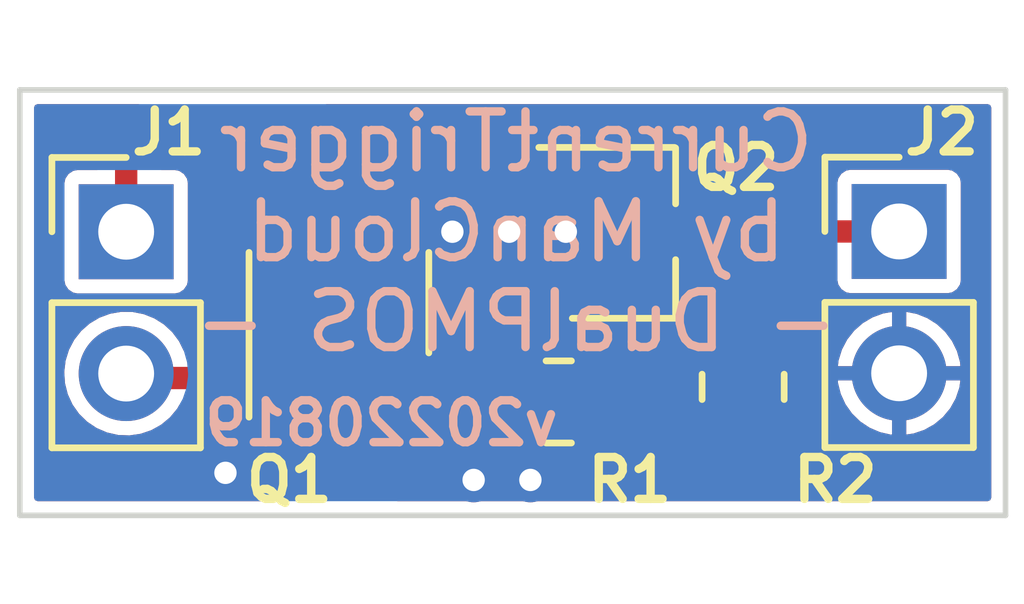
<source format=kicad_pcb>
(kicad_pcb (version 20211014) (generator pcbnew)
  (layers (0 "F.Cu" signal) (31 "B.Cu" signal) (34 "B.Paste" user) (35 "F.Paste" user) (36 "B.SilkS" user "B.Silkscreen") (37 "F.SilkS" user "F.Silkscreen") (38 "B.Mask" user) (39 "F.Mask" user) (44 "Edge.Cuts" user))
  (net 0 "")
  (net 1 "VCC")
  (net 2 "VCC_OUT")
  (net 3 "Sense")
  (net 4 "GND")
  (net 5 "Net-(Q1-Pad4)")
  (footprint "Connector_PinHeader_2.54mm:PinHeader_1x02_P2.54mm_Vertical" (layer "F.Cu") (at 133.985 76.2)
    (fp_text reference "J1" (at 0.762 -1.778) (layer "F.SilkS") (effects (font (size 0.75 0.75))))
    (fp_text value "Conn_01x02")
    (fp_line (start -1.33 -1.33) (end 0 -1.33) (layer "F.SilkS") (width 0.12))
    (fp_line (start -1.33 1.27) (end 1.33 1.27) (layer "F.SilkS") (width 0.12))
    (fp_line (start 1.33 1.27) (end 1.33 3.87) (layer "F.SilkS") (width 0.12))
    (fp_line (start -1.33 3.87) (end 1.33 3.87) (layer "F.SilkS") (width 0.12))
    (fp_line (start -1.33 1.27) (end -1.33 3.87) (layer "F.SilkS") (width 0.12))
    (fp_line (start -1.33 0) (end -1.33 -1.33) (layer "F.SilkS") (width 0.12))
    (pad "1" thru_hole rect (at 0 0) (size 1.7 1.7) (drill 1) (layers *.Cu *.Mask) (net 1 "VCC"))
    (pad "2" thru_hole oval (at 0 2.54) (size 1.7 1.7) (drill 1) (layers *.Cu *.Mask) (net 2 "VCC_OUT"))
  )
  (footprint "Package_TO_SOT_SMD:SOT-23-6_Handsoldering" (layer "F.Cu") (at 137.795 77.47 90)
    (fp_text reference "Q1" (at -3.175 -0.889 180) (layer "F.SilkS") (effects (font (size 0.75 0.75))))
    (fp_text value "PPJS6839")
    (fp_line (start 0.9 -1.61) (end -2.05 -1.61) (layer "F.SilkS") (width 0.12))
    (fp_line (start -0.9 1.61) (end 0.9 1.61) (layer "F.SilkS") (width 0.12))
    (pad "1" smd rect (at -1.35 -0.95 90) (size 1.56 0.65) (layers "F.Cu" "F.Paste" "F.Mask") (net 2 "VCC_OUT"))
    (pad "2" smd rect (at -1.35 0 90) (size 1.56 0.65) (layers "F.Cu" "F.Paste" "F.Mask") (net 1 "VCC"))
    (pad "3" smd rect (at -1.35 0.95 90) (size 1.56 0.65) (layers "F.Cu" "F.Paste" "F.Mask") (net 2 "VCC_OUT"))
    (pad "4" smd rect (at 1.35 0.95 90) (size 1.56 0.65) (layers "F.Cu" "F.Paste" "F.Mask") (net 5 "Net-(Q1-Pad4)"))
    (pad "5" smd rect (at 1.35 0 90) (size 1.56 0.65) (layers "F.Cu" "F.Paste" "F.Mask") (net 1 "VCC"))
    (pad "6" smd rect (at 1.35 -0.95 90) (size 1.56 0.65) (layers "F.Cu" "F.Paste" "F.Mask") (net 2 "VCC_OUT"))
  )
  (footprint "Resistor_SMD:R_0805_2012Metric_Pad1.20x1.40mm_HandSolder" (layer "F.Cu") (at 141.732 79.248 180)
    (fp_text reference "R1" (at -1.27 -1.397 180) (layer "F.SilkS") (effects (font (size 0.75 0.75))))
    (fp_text value "4k7")
    (fp_line (start -0.227064 0.735) (end 0.227064 0.735) (layer "F.SilkS") (width 0.12))
    (fp_line (start -0.227064 -0.735) (end 0.227064 -0.735) (layer "F.SilkS") (width 0.12))
    (pad "1" smd roundrect (at -1 0 180) (size 1.2 1.4) (layers "F.Cu" "F.Paste" "F.Mask") (roundrect_rratio 0.208333) (net 5 "Net-(Q1-Pad4)"))
    (pad "2" smd roundrect (at 1 0 180) (size 1.2 1.4) (layers "F.Cu" "F.Paste" "F.Mask") (roundrect_rratio 0.208333) (net 4 "GND"))
  )
  (footprint "Resistor_SMD:R_0805_2012Metric_Pad1.20x1.40mm_HandSolder" (layer "F.Cu") (at 145.034 78.978 90)
    (fp_text reference "R2" (at -1.667 1.651 180) (layer "F.SilkS") (effects (font (size 0.75 0.75))))
    (fp_text value "100k")
    (fp_line (start -0.227064 0.735) (end 0.227064 0.735) (layer "F.SilkS") (width 0.12))
    (fp_line (start -0.227064 -0.735) (end 0.227064 -0.735) (layer "F.SilkS") (width 0.12))
    (pad "1" smd roundrect (at -1 0 90) (size 1.2 1.4) (layers "F.Cu" "F.Paste" "F.Mask") (roundrect_rratio 0.208333) (net 1 "VCC"))
    (pad "2" smd roundrect (at 1 0 90) (size 1.2 1.4) (layers "F.Cu" "F.Paste" "F.Mask") (roundrect_rratio 0.208333) (net 3 "Sense"))
  )
  (footprint "Package_TO_SOT_SMD:TSOT-23_HandSoldering" (layer "F.Cu") (at 142.875 76.2)
    (fp_text reference "Q2" (at 2.032 -1.143) (layer "F.SilkS") (effects (font (size 0.75 0.75))))
    (fp_text value "BSS138")
    (fp_line (start 0.95 1.55) (end -0.9 1.55) (layer "F.SilkS") (width 0.12))
    (fp_line (start 0.95 0.5) (end 0.95 1.55) (layer "F.SilkS") (width 0.12))
    (fp_line (start 0.93 -1.51) (end -1.5 -1.51) (layer "F.SilkS") (width 0.12))
    (fp_line (start 0.95 -1.5) (end 0.95 -0.5) (layer "F.SilkS") (width 0.12))
    (pad "1" smd rect (at -1.71 -0.95) (size 2 0.65) (layers "F.Cu" "F.Paste" "F.Mask") (net 5 "Net-(Q1-Pad4)"))
    (pad "2" smd rect (at -1.71 0.95) (size 2 0.65) (layers "F.Cu" "F.Paste" "F.Mask") (net 4 "GND"))
    (pad "3" smd rect (at 1.71 0) (size 2 0.65) (layers "F.Cu" "F.Paste" "F.Mask") (net 3 "Sense"))
  )
  (footprint "Connector_PinHeader_2.54mm:PinHeader_1x02_P2.54mm_Vertical" (layer "F.Cu") (at 147.828 76.195)
    (fp_text reference "J2" (at 0.762 -1.773) (layer "F.SilkS") (effects (font (size 0.75 0.75))))
    (fp_text value "Conn_01x02")
    (fp_line (start 1.33 1.27) (end 1.33 3.87) (layer "F.SilkS") (width 0.12))
    (fp_line (start -1.33 1.27) (end 1.33 1.27) (layer "F.SilkS") (width 0.12))
    (fp_line (start -1.33 -1.33) (end 0 -1.33) (layer "F.SilkS") (width 0.12))
    (fp_line (start -1.33 3.87) (end 1.33 3.87) (layer "F.SilkS") (width 0.12))
    (fp_line (start -1.33 0) (end -1.33 -1.33) (layer "F.SilkS") (width 0.12))
    (fp_line (start -1.33 1.27) (end -1.33 3.87) (layer "F.SilkS") (width 0.12))
    (pad "1" thru_hole rect (at 0 0) (size 1.7 1.7) (drill 1) (layers *.Cu *.Mask) (net 3 "Sense"))
    (pad "2" thru_hole oval (at 0 2.54) (size 1.7 1.7) (drill 1) (layers *.Cu *.Mask) (net 4 "GND"))
  )
  (gr_line (start 132.08 81.28) (end 132.08 73.66) (layer "Edge.Cuts") (width 0.1))
  (gr_line (start 149.733 73.66) (end 149.733 81.28) (layer "Edge.Cuts") (width 0.1))
  (gr_line (start 132.08 73.66) (end 149.733 73.66) (layer "Edge.Cuts") (width 0.1))
  (gr_line (start 149.733 81.28) (end 132.08 81.28) (layer "Edge.Cuts") (width 0.1))
  (gr_text "v20220819" (at 138.557 79.629) (layer "B.SilkS") (effects (font (size 0.75 0.75)) (justify mirror)))
  (gr_text "CurrentTrigger\nby ManCloud\n- DualPMOS -" (at 140.97 76.2) (layer "B.SilkS") (effects (font (size 1 1)) (justify mirror)))
  (via (at 140.843 76.2) (size 0.8) (drill 0.4) (layers "F.Cu" "B.Cu") (net 0))
  (via (at 141.224 80.645) (size 0.8) (drill 0.4) (layers "F.Cu" "B.Cu") (net 0))
  (via (at 139.827 76.2) (size 0.8) (drill 0.4) (layers "F.Cu" "B.Cu") (net 0))
  (segment (start 133.985 74.93) (end 134.62 74.295) (width 0.4) (layer "F.Cu") (net 1))
  (segment (start 134.62 74.295) (end 137.16 74.295) (width 0.4) (layer "F.Cu") (net 1))
  (segment (start 137.795 77.089) (end 138.176 77.47) (width 0.4) (layer "F.Cu") (net 1))
  (segment (start 137.795 77.851) (end 137.795 78.82) (width 0.4) (layer "F.Cu") (net 1))
  (segment (start 142.112761 80.348) (end 141.732 79.967239) (width 0.4) (layer "F.Cu") (net 1))
  (segment (start 144.664 80.348) (end 142.112761 80.348) (width 0.4) (layer "F.Cu") (net 1))
  (segment (start 145.034 79.978) (end 144.664 80.348) (width 0.4) (layer "F.Cu") (net 1))
  (segment (start 137.795 77.089) (end 137.795 77.47) (width 0.4) (layer "F.Cu") (net 1))
  (segment (start 137.16 74.295) (end 137.795 74.93) (width 0.4) (layer "F.Cu") (net 1))
  (segment (start 138.176 77.47) (end 137.795 77.47) (width 0.4) (layer "F.Cu") (net 1))
  (segment (start 139.765 77.875) (end 139.36 77.47) (width 0.4) (layer "F.Cu") (net 1))
  (segment (start 141.097 77.875) (end 139.765 77.875) (width 0.4) (layer "F.Cu") (net 1))
  (segment (start 133.985 76.195) (end 133.985 74.93) (width 0.4) (layer "F.Cu") (net 1))
  (segment (start 141.732 78.51) (end 141.097 77.875) (width 0.4) (layer "F.Cu") (net 1))
  (segment (start 141.732 79.967239) (end 141.732 78.51) (width 0.4) (layer "F.Cu") (net 1))
  (segment (start 137.795 77.47) (end 137.795 77.851) (width 0.4) (layer "F.Cu") (net 1))
  (segment (start 137.795 74.93) (end 137.795 76.12) (width 0.4) (layer "F.Cu") (net 1))
  (segment (start 139.36 77.47) (end 138.176 77.47) (width 0.4) (layer "F.Cu") (net 1))
  (segment (start 138.176 77.47) (end 137.795 77.851) (width 0.4) (layer "F.Cu") (net 1))
  (segment (start 137.795 76.12) (end 137.795 77.089) (width 0.4) (layer "F.Cu") (net 1))
  (segment (start 134.07 78.82) (end 133.985 78.735) (width 0.4) (layer "F.Cu") (net 2))
  (segment (start 136.845 78.82) (end 134.07 78.82) (width 0.4) (layer "F.Cu") (net 2))
  (segment (start 138.745 78.82) (end 138.745 80.33) (width 0.4) (layer "F.Cu") (net 2))
  (segment (start 137.16 80.645) (end 138.43 80.645) (width 0.4) (layer "F.Cu") (net 2))
  (segment (start 136.845 78.82) (end 136.845 80.33) (width 0.4) (layer "F.Cu") (net 2))
  (segment (start 138.43 80.645) (end 138.745 80.33) (width 0.4) (layer "F.Cu") (net 2))
  (segment (start 136.845 80.33) (end 137.16 80.645) (width 0.4) (layer "F.Cu") (net 2))
  (segment (start 136.845 76.12) (end 136.845 78.82) (width 0.4) (layer "F.Cu") (net 2))
  (segment (start 145.034 77.978) (end 145.034 76.649) (width 0.4) (layer "F.Cu") (net 3))
  (segment (start 145.034 76.649) (end 144.585 76.2) (width 0.4) (layer "F.Cu") (net 3))
  (segment (start 144.59 76.195) (end 144.585 76.2) (width 0.4) (layer "F.Cu") (net 3))
  (segment (start 147.828 76.195) (end 144.59 76.195) (width 0.4) (layer "F.Cu") (net 3))
  (via (at 141.859 76.2) (size 0.8) (drill 0.4) (layers "F.Cu" "B.Cu") (net 4))
  (via (at 140.208 80.645) (size 0.8) (drill 0.4) (layers "F.Cu" "B.Cu") (net 4))
  (via (at 135.763 80.518) (size 0.8) (drill 0.4) (layers "F.Cu" "B.Cu") (net 4))
  (segment (start 139.126 75.25) (end 138.745 75.631) (width 0.4) (layer "F.Cu") (net 5))
  (segment (start 141.165 75.25) (end 142.56 75.25) (width 0.4) (layer "F.Cu") (net 5))
  (segment (start 142.732 75.422) (end 142.732 79.248) (width 0.4) (layer "F.Cu") (net 5))
  (segment (start 142.56 75.25) (end 142.732 75.422) (width 0.4) (layer "F.Cu") (net 5))
  (segment (start 141.165 75.25) (end 139.126 75.25) (width 0.4) (layer "F.Cu") (net 5))
  (segment (start 138.745 75.631) (end 138.745 76.12) (width 0.4) (layer "F.Cu") (net 5))
  (zone (net 4) (net_name "GND") (layers F&B.Cu) (connect_pads (clearance 0.254)) (min_thickness 0.127) (fill yes (thermal_gap 0.254) (thermal_bridge_width 0.254))
    (polygon (pts (xy 149.733 81.28) (xy 132.08 81.28) (xy 132.08 73.66) (xy 149.733 73.66)))
  )
)
</source>
